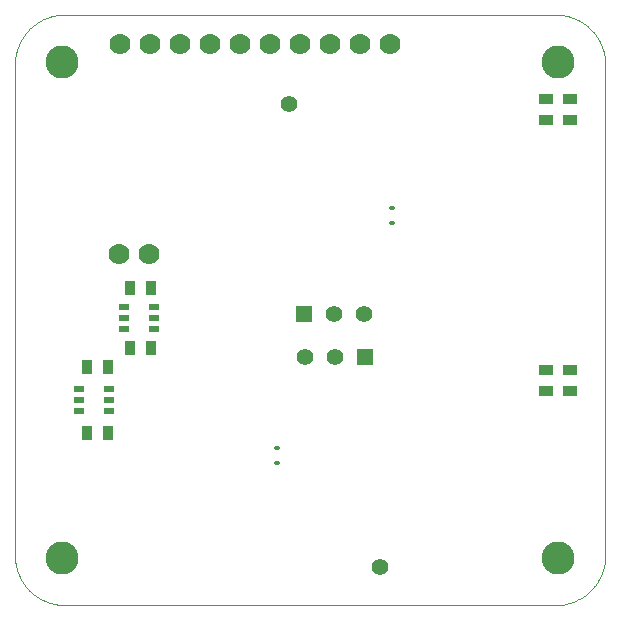
<source format=gts>
G75*
%MOIN*%
%OFA0B0*%
%FSLAX25Y25*%
%IPPOS*%
%LPD*%
%AMOC8*
5,1,8,0,0,1.08239X$1,22.5*
%
%ADD10C,0.00000*%
%ADD11C,0.07000*%
%ADD12R,0.03550X0.02408*%
%ADD13R,0.03550X0.05124*%
%ADD14R,0.05124X0.03550*%
%ADD15C,0.05550*%
%ADD16R,0.05550X0.05550*%
%ADD17C,0.01200*%
%ADD18C,0.11024*%
%ADD19C,0.10636*%
D10*
X0001000Y0017703D02*
X0001000Y0181147D01*
X0011630Y0182102D02*
X0011632Y0182245D01*
X0011638Y0182388D01*
X0011648Y0182530D01*
X0011662Y0182672D01*
X0011680Y0182814D01*
X0011702Y0182956D01*
X0011727Y0183096D01*
X0011757Y0183236D01*
X0011791Y0183375D01*
X0011828Y0183513D01*
X0011870Y0183650D01*
X0011915Y0183785D01*
X0011964Y0183919D01*
X0012016Y0184052D01*
X0012072Y0184184D01*
X0012132Y0184313D01*
X0012196Y0184441D01*
X0012263Y0184568D01*
X0012334Y0184692D01*
X0012408Y0184814D01*
X0012485Y0184934D01*
X0012566Y0185052D01*
X0012650Y0185168D01*
X0012737Y0185281D01*
X0012827Y0185392D01*
X0012921Y0185500D01*
X0013017Y0185606D01*
X0013116Y0185708D01*
X0013219Y0185808D01*
X0013323Y0185905D01*
X0013431Y0186000D01*
X0013541Y0186091D01*
X0013654Y0186179D01*
X0013769Y0186263D01*
X0013886Y0186345D01*
X0014006Y0186423D01*
X0014127Y0186498D01*
X0014251Y0186570D01*
X0014377Y0186638D01*
X0014504Y0186702D01*
X0014634Y0186763D01*
X0014765Y0186820D01*
X0014897Y0186874D01*
X0015031Y0186923D01*
X0015166Y0186970D01*
X0015303Y0187012D01*
X0015441Y0187050D01*
X0015579Y0187085D01*
X0015719Y0187115D01*
X0015859Y0187142D01*
X0016000Y0187165D01*
X0016142Y0187184D01*
X0016284Y0187199D01*
X0016427Y0187210D01*
X0016569Y0187217D01*
X0016712Y0187220D01*
X0016855Y0187219D01*
X0016998Y0187214D01*
X0017141Y0187205D01*
X0017283Y0187192D01*
X0017425Y0187175D01*
X0017566Y0187154D01*
X0017707Y0187129D01*
X0017847Y0187101D01*
X0017986Y0187068D01*
X0018124Y0187031D01*
X0018261Y0186991D01*
X0018397Y0186947D01*
X0018532Y0186899D01*
X0018665Y0186847D01*
X0018797Y0186792D01*
X0018927Y0186733D01*
X0019056Y0186670D01*
X0019182Y0186604D01*
X0019307Y0186534D01*
X0019430Y0186461D01*
X0019550Y0186385D01*
X0019669Y0186305D01*
X0019785Y0186221D01*
X0019899Y0186135D01*
X0020010Y0186045D01*
X0020119Y0185953D01*
X0020225Y0185857D01*
X0020329Y0185759D01*
X0020430Y0185657D01*
X0020527Y0185553D01*
X0020622Y0185446D01*
X0020714Y0185337D01*
X0020803Y0185225D01*
X0020889Y0185110D01*
X0020971Y0184994D01*
X0021050Y0184874D01*
X0021126Y0184753D01*
X0021198Y0184630D01*
X0021267Y0184505D01*
X0021332Y0184378D01*
X0021394Y0184249D01*
X0021452Y0184118D01*
X0021507Y0183986D01*
X0021557Y0183852D01*
X0021604Y0183717D01*
X0021648Y0183581D01*
X0021687Y0183444D01*
X0021722Y0183305D01*
X0021754Y0183166D01*
X0021782Y0183026D01*
X0021806Y0182885D01*
X0021826Y0182743D01*
X0021842Y0182601D01*
X0021854Y0182459D01*
X0021862Y0182316D01*
X0021866Y0182173D01*
X0021866Y0182031D01*
X0021862Y0181888D01*
X0021854Y0181745D01*
X0021842Y0181603D01*
X0021826Y0181461D01*
X0021806Y0181319D01*
X0021782Y0181178D01*
X0021754Y0181038D01*
X0021722Y0180899D01*
X0021687Y0180760D01*
X0021648Y0180623D01*
X0021604Y0180487D01*
X0021557Y0180352D01*
X0021507Y0180218D01*
X0021452Y0180086D01*
X0021394Y0179955D01*
X0021332Y0179826D01*
X0021267Y0179699D01*
X0021198Y0179574D01*
X0021126Y0179451D01*
X0021050Y0179330D01*
X0020971Y0179210D01*
X0020889Y0179094D01*
X0020803Y0178979D01*
X0020714Y0178867D01*
X0020622Y0178758D01*
X0020527Y0178651D01*
X0020430Y0178547D01*
X0020329Y0178445D01*
X0020225Y0178347D01*
X0020119Y0178251D01*
X0020010Y0178159D01*
X0019899Y0178069D01*
X0019785Y0177983D01*
X0019669Y0177899D01*
X0019550Y0177819D01*
X0019430Y0177743D01*
X0019307Y0177670D01*
X0019182Y0177600D01*
X0019056Y0177534D01*
X0018927Y0177471D01*
X0018797Y0177412D01*
X0018665Y0177357D01*
X0018532Y0177305D01*
X0018397Y0177257D01*
X0018261Y0177213D01*
X0018124Y0177173D01*
X0017986Y0177136D01*
X0017847Y0177103D01*
X0017707Y0177075D01*
X0017566Y0177050D01*
X0017425Y0177029D01*
X0017283Y0177012D01*
X0017141Y0176999D01*
X0016998Y0176990D01*
X0016855Y0176985D01*
X0016712Y0176984D01*
X0016569Y0176987D01*
X0016427Y0176994D01*
X0016284Y0177005D01*
X0016142Y0177020D01*
X0016000Y0177039D01*
X0015859Y0177062D01*
X0015719Y0177089D01*
X0015579Y0177119D01*
X0015441Y0177154D01*
X0015303Y0177192D01*
X0015166Y0177234D01*
X0015031Y0177281D01*
X0014897Y0177330D01*
X0014765Y0177384D01*
X0014634Y0177441D01*
X0014504Y0177502D01*
X0014377Y0177566D01*
X0014251Y0177634D01*
X0014127Y0177706D01*
X0014006Y0177781D01*
X0013886Y0177859D01*
X0013769Y0177941D01*
X0013654Y0178025D01*
X0013541Y0178113D01*
X0013431Y0178204D01*
X0013323Y0178299D01*
X0013219Y0178396D01*
X0013116Y0178496D01*
X0013017Y0178598D01*
X0012921Y0178704D01*
X0012827Y0178812D01*
X0012737Y0178923D01*
X0012650Y0179036D01*
X0012566Y0179152D01*
X0012485Y0179270D01*
X0012408Y0179390D01*
X0012334Y0179512D01*
X0012263Y0179636D01*
X0012196Y0179763D01*
X0012132Y0179891D01*
X0012072Y0180020D01*
X0012016Y0180152D01*
X0011964Y0180285D01*
X0011915Y0180419D01*
X0011870Y0180554D01*
X0011828Y0180691D01*
X0011791Y0180829D01*
X0011757Y0180968D01*
X0011727Y0181108D01*
X0011702Y0181248D01*
X0011680Y0181390D01*
X0011662Y0181532D01*
X0011648Y0181674D01*
X0011638Y0181816D01*
X0011632Y0181959D01*
X0011630Y0182102D01*
X0001000Y0181147D02*
X0001005Y0181557D01*
X0001020Y0181967D01*
X0001045Y0182376D01*
X0001080Y0182784D01*
X0001126Y0183192D01*
X0001181Y0183598D01*
X0001246Y0184003D01*
X0001321Y0184406D01*
X0001406Y0184807D01*
X0001501Y0185205D01*
X0001605Y0185602D01*
X0001719Y0185996D01*
X0001843Y0186386D01*
X0001976Y0186774D01*
X0002119Y0187158D01*
X0002271Y0187539D01*
X0002433Y0187916D01*
X0002604Y0188288D01*
X0002783Y0188657D01*
X0002972Y0189021D01*
X0003170Y0189380D01*
X0003376Y0189734D01*
X0003591Y0190083D01*
X0003815Y0190427D01*
X0004047Y0190765D01*
X0004287Y0191097D01*
X0004535Y0191423D01*
X0004791Y0191743D01*
X0005055Y0192057D01*
X0005327Y0192364D01*
X0005606Y0192664D01*
X0005892Y0192958D01*
X0006186Y0193244D01*
X0006486Y0193523D01*
X0006793Y0193795D01*
X0007107Y0194059D01*
X0007427Y0194315D01*
X0007753Y0194563D01*
X0008085Y0194803D01*
X0008423Y0195035D01*
X0008767Y0195259D01*
X0009116Y0195474D01*
X0009470Y0195680D01*
X0009829Y0195878D01*
X0010193Y0196067D01*
X0010562Y0196246D01*
X0010934Y0196417D01*
X0011311Y0196579D01*
X0011692Y0196731D01*
X0012076Y0196874D01*
X0012464Y0197007D01*
X0012854Y0197131D01*
X0013248Y0197245D01*
X0013645Y0197349D01*
X0014043Y0197444D01*
X0014444Y0197529D01*
X0014847Y0197604D01*
X0015252Y0197669D01*
X0015658Y0197724D01*
X0016066Y0197770D01*
X0016474Y0197805D01*
X0016883Y0197830D01*
X0017293Y0197845D01*
X0017703Y0197850D01*
X0181147Y0197850D01*
X0176984Y0182102D02*
X0176986Y0182245D01*
X0176992Y0182388D01*
X0177002Y0182530D01*
X0177016Y0182672D01*
X0177034Y0182814D01*
X0177056Y0182956D01*
X0177081Y0183096D01*
X0177111Y0183236D01*
X0177145Y0183375D01*
X0177182Y0183513D01*
X0177224Y0183650D01*
X0177269Y0183785D01*
X0177318Y0183919D01*
X0177370Y0184052D01*
X0177426Y0184184D01*
X0177486Y0184313D01*
X0177550Y0184441D01*
X0177617Y0184568D01*
X0177688Y0184692D01*
X0177762Y0184814D01*
X0177839Y0184934D01*
X0177920Y0185052D01*
X0178004Y0185168D01*
X0178091Y0185281D01*
X0178181Y0185392D01*
X0178275Y0185500D01*
X0178371Y0185606D01*
X0178470Y0185708D01*
X0178573Y0185808D01*
X0178677Y0185905D01*
X0178785Y0186000D01*
X0178895Y0186091D01*
X0179008Y0186179D01*
X0179123Y0186263D01*
X0179240Y0186345D01*
X0179360Y0186423D01*
X0179481Y0186498D01*
X0179605Y0186570D01*
X0179731Y0186638D01*
X0179858Y0186702D01*
X0179988Y0186763D01*
X0180119Y0186820D01*
X0180251Y0186874D01*
X0180385Y0186923D01*
X0180520Y0186970D01*
X0180657Y0187012D01*
X0180795Y0187050D01*
X0180933Y0187085D01*
X0181073Y0187115D01*
X0181213Y0187142D01*
X0181354Y0187165D01*
X0181496Y0187184D01*
X0181638Y0187199D01*
X0181781Y0187210D01*
X0181923Y0187217D01*
X0182066Y0187220D01*
X0182209Y0187219D01*
X0182352Y0187214D01*
X0182495Y0187205D01*
X0182637Y0187192D01*
X0182779Y0187175D01*
X0182920Y0187154D01*
X0183061Y0187129D01*
X0183201Y0187101D01*
X0183340Y0187068D01*
X0183478Y0187031D01*
X0183615Y0186991D01*
X0183751Y0186947D01*
X0183886Y0186899D01*
X0184019Y0186847D01*
X0184151Y0186792D01*
X0184281Y0186733D01*
X0184410Y0186670D01*
X0184536Y0186604D01*
X0184661Y0186534D01*
X0184784Y0186461D01*
X0184904Y0186385D01*
X0185023Y0186305D01*
X0185139Y0186221D01*
X0185253Y0186135D01*
X0185364Y0186045D01*
X0185473Y0185953D01*
X0185579Y0185857D01*
X0185683Y0185759D01*
X0185784Y0185657D01*
X0185881Y0185553D01*
X0185976Y0185446D01*
X0186068Y0185337D01*
X0186157Y0185225D01*
X0186243Y0185110D01*
X0186325Y0184994D01*
X0186404Y0184874D01*
X0186480Y0184753D01*
X0186552Y0184630D01*
X0186621Y0184505D01*
X0186686Y0184378D01*
X0186748Y0184249D01*
X0186806Y0184118D01*
X0186861Y0183986D01*
X0186911Y0183852D01*
X0186958Y0183717D01*
X0187002Y0183581D01*
X0187041Y0183444D01*
X0187076Y0183305D01*
X0187108Y0183166D01*
X0187136Y0183026D01*
X0187160Y0182885D01*
X0187180Y0182743D01*
X0187196Y0182601D01*
X0187208Y0182459D01*
X0187216Y0182316D01*
X0187220Y0182173D01*
X0187220Y0182031D01*
X0187216Y0181888D01*
X0187208Y0181745D01*
X0187196Y0181603D01*
X0187180Y0181461D01*
X0187160Y0181319D01*
X0187136Y0181178D01*
X0187108Y0181038D01*
X0187076Y0180899D01*
X0187041Y0180760D01*
X0187002Y0180623D01*
X0186958Y0180487D01*
X0186911Y0180352D01*
X0186861Y0180218D01*
X0186806Y0180086D01*
X0186748Y0179955D01*
X0186686Y0179826D01*
X0186621Y0179699D01*
X0186552Y0179574D01*
X0186480Y0179451D01*
X0186404Y0179330D01*
X0186325Y0179210D01*
X0186243Y0179094D01*
X0186157Y0178979D01*
X0186068Y0178867D01*
X0185976Y0178758D01*
X0185881Y0178651D01*
X0185784Y0178547D01*
X0185683Y0178445D01*
X0185579Y0178347D01*
X0185473Y0178251D01*
X0185364Y0178159D01*
X0185253Y0178069D01*
X0185139Y0177983D01*
X0185023Y0177899D01*
X0184904Y0177819D01*
X0184784Y0177743D01*
X0184661Y0177670D01*
X0184536Y0177600D01*
X0184410Y0177534D01*
X0184281Y0177471D01*
X0184151Y0177412D01*
X0184019Y0177357D01*
X0183886Y0177305D01*
X0183751Y0177257D01*
X0183615Y0177213D01*
X0183478Y0177173D01*
X0183340Y0177136D01*
X0183201Y0177103D01*
X0183061Y0177075D01*
X0182920Y0177050D01*
X0182779Y0177029D01*
X0182637Y0177012D01*
X0182495Y0176999D01*
X0182352Y0176990D01*
X0182209Y0176985D01*
X0182066Y0176984D01*
X0181923Y0176987D01*
X0181781Y0176994D01*
X0181638Y0177005D01*
X0181496Y0177020D01*
X0181354Y0177039D01*
X0181213Y0177062D01*
X0181073Y0177089D01*
X0180933Y0177119D01*
X0180795Y0177154D01*
X0180657Y0177192D01*
X0180520Y0177234D01*
X0180385Y0177281D01*
X0180251Y0177330D01*
X0180119Y0177384D01*
X0179988Y0177441D01*
X0179858Y0177502D01*
X0179731Y0177566D01*
X0179605Y0177634D01*
X0179481Y0177706D01*
X0179360Y0177781D01*
X0179240Y0177859D01*
X0179123Y0177941D01*
X0179008Y0178025D01*
X0178895Y0178113D01*
X0178785Y0178204D01*
X0178677Y0178299D01*
X0178573Y0178396D01*
X0178470Y0178496D01*
X0178371Y0178598D01*
X0178275Y0178704D01*
X0178181Y0178812D01*
X0178091Y0178923D01*
X0178004Y0179036D01*
X0177920Y0179152D01*
X0177839Y0179270D01*
X0177762Y0179390D01*
X0177688Y0179512D01*
X0177617Y0179636D01*
X0177550Y0179763D01*
X0177486Y0179891D01*
X0177426Y0180020D01*
X0177370Y0180152D01*
X0177318Y0180285D01*
X0177269Y0180419D01*
X0177224Y0180554D01*
X0177182Y0180691D01*
X0177145Y0180829D01*
X0177111Y0180968D01*
X0177081Y0181108D01*
X0177056Y0181248D01*
X0177034Y0181390D01*
X0177016Y0181532D01*
X0177002Y0181674D01*
X0176992Y0181816D01*
X0176986Y0181959D01*
X0176984Y0182102D01*
X0181147Y0197850D02*
X0181551Y0197845D01*
X0181954Y0197830D01*
X0182357Y0197806D01*
X0182759Y0197772D01*
X0183160Y0197728D01*
X0183560Y0197675D01*
X0183959Y0197612D01*
X0184356Y0197539D01*
X0184751Y0197456D01*
X0185144Y0197365D01*
X0185535Y0197263D01*
X0185923Y0197153D01*
X0186309Y0197032D01*
X0186691Y0196903D01*
X0187070Y0196765D01*
X0187446Y0196617D01*
X0187818Y0196460D01*
X0188186Y0196295D01*
X0188550Y0196120D01*
X0188909Y0195937D01*
X0189264Y0195745D01*
X0189615Y0195544D01*
X0189960Y0195336D01*
X0190300Y0195119D01*
X0190635Y0194893D01*
X0190965Y0194660D01*
X0191288Y0194419D01*
X0191606Y0194170D01*
X0191918Y0193913D01*
X0192223Y0193649D01*
X0192522Y0193378D01*
X0192814Y0193100D01*
X0193100Y0192814D01*
X0193378Y0192522D01*
X0193649Y0192223D01*
X0193913Y0191918D01*
X0194170Y0191606D01*
X0194419Y0191288D01*
X0194660Y0190965D01*
X0194893Y0190635D01*
X0195119Y0190300D01*
X0195336Y0189960D01*
X0195544Y0189615D01*
X0195745Y0189264D01*
X0195937Y0188909D01*
X0196120Y0188550D01*
X0196295Y0188186D01*
X0196460Y0187818D01*
X0196617Y0187446D01*
X0196765Y0187070D01*
X0196903Y0186691D01*
X0197032Y0186309D01*
X0197153Y0185923D01*
X0197263Y0185535D01*
X0197365Y0185144D01*
X0197456Y0184751D01*
X0197539Y0184356D01*
X0197612Y0183959D01*
X0197675Y0183560D01*
X0197728Y0183160D01*
X0197772Y0182759D01*
X0197806Y0182357D01*
X0197830Y0181954D01*
X0197845Y0181551D01*
X0197850Y0181147D01*
X0197850Y0017703D01*
X0176984Y0016748D02*
X0176986Y0016891D01*
X0176992Y0017034D01*
X0177002Y0017176D01*
X0177016Y0017318D01*
X0177034Y0017460D01*
X0177056Y0017602D01*
X0177081Y0017742D01*
X0177111Y0017882D01*
X0177145Y0018021D01*
X0177182Y0018159D01*
X0177224Y0018296D01*
X0177269Y0018431D01*
X0177318Y0018565D01*
X0177370Y0018698D01*
X0177426Y0018830D01*
X0177486Y0018959D01*
X0177550Y0019087D01*
X0177617Y0019214D01*
X0177688Y0019338D01*
X0177762Y0019460D01*
X0177839Y0019580D01*
X0177920Y0019698D01*
X0178004Y0019814D01*
X0178091Y0019927D01*
X0178181Y0020038D01*
X0178275Y0020146D01*
X0178371Y0020252D01*
X0178470Y0020354D01*
X0178573Y0020454D01*
X0178677Y0020551D01*
X0178785Y0020646D01*
X0178895Y0020737D01*
X0179008Y0020825D01*
X0179123Y0020909D01*
X0179240Y0020991D01*
X0179360Y0021069D01*
X0179481Y0021144D01*
X0179605Y0021216D01*
X0179731Y0021284D01*
X0179858Y0021348D01*
X0179988Y0021409D01*
X0180119Y0021466D01*
X0180251Y0021520D01*
X0180385Y0021569D01*
X0180520Y0021616D01*
X0180657Y0021658D01*
X0180795Y0021696D01*
X0180933Y0021731D01*
X0181073Y0021761D01*
X0181213Y0021788D01*
X0181354Y0021811D01*
X0181496Y0021830D01*
X0181638Y0021845D01*
X0181781Y0021856D01*
X0181923Y0021863D01*
X0182066Y0021866D01*
X0182209Y0021865D01*
X0182352Y0021860D01*
X0182495Y0021851D01*
X0182637Y0021838D01*
X0182779Y0021821D01*
X0182920Y0021800D01*
X0183061Y0021775D01*
X0183201Y0021747D01*
X0183340Y0021714D01*
X0183478Y0021677D01*
X0183615Y0021637D01*
X0183751Y0021593D01*
X0183886Y0021545D01*
X0184019Y0021493D01*
X0184151Y0021438D01*
X0184281Y0021379D01*
X0184410Y0021316D01*
X0184536Y0021250D01*
X0184661Y0021180D01*
X0184784Y0021107D01*
X0184904Y0021031D01*
X0185023Y0020951D01*
X0185139Y0020867D01*
X0185253Y0020781D01*
X0185364Y0020691D01*
X0185473Y0020599D01*
X0185579Y0020503D01*
X0185683Y0020405D01*
X0185784Y0020303D01*
X0185881Y0020199D01*
X0185976Y0020092D01*
X0186068Y0019983D01*
X0186157Y0019871D01*
X0186243Y0019756D01*
X0186325Y0019640D01*
X0186404Y0019520D01*
X0186480Y0019399D01*
X0186552Y0019276D01*
X0186621Y0019151D01*
X0186686Y0019024D01*
X0186748Y0018895D01*
X0186806Y0018764D01*
X0186861Y0018632D01*
X0186911Y0018498D01*
X0186958Y0018363D01*
X0187002Y0018227D01*
X0187041Y0018090D01*
X0187076Y0017951D01*
X0187108Y0017812D01*
X0187136Y0017672D01*
X0187160Y0017531D01*
X0187180Y0017389D01*
X0187196Y0017247D01*
X0187208Y0017105D01*
X0187216Y0016962D01*
X0187220Y0016819D01*
X0187220Y0016677D01*
X0187216Y0016534D01*
X0187208Y0016391D01*
X0187196Y0016249D01*
X0187180Y0016107D01*
X0187160Y0015965D01*
X0187136Y0015824D01*
X0187108Y0015684D01*
X0187076Y0015545D01*
X0187041Y0015406D01*
X0187002Y0015269D01*
X0186958Y0015133D01*
X0186911Y0014998D01*
X0186861Y0014864D01*
X0186806Y0014732D01*
X0186748Y0014601D01*
X0186686Y0014472D01*
X0186621Y0014345D01*
X0186552Y0014220D01*
X0186480Y0014097D01*
X0186404Y0013976D01*
X0186325Y0013856D01*
X0186243Y0013740D01*
X0186157Y0013625D01*
X0186068Y0013513D01*
X0185976Y0013404D01*
X0185881Y0013297D01*
X0185784Y0013193D01*
X0185683Y0013091D01*
X0185579Y0012993D01*
X0185473Y0012897D01*
X0185364Y0012805D01*
X0185253Y0012715D01*
X0185139Y0012629D01*
X0185023Y0012545D01*
X0184904Y0012465D01*
X0184784Y0012389D01*
X0184661Y0012316D01*
X0184536Y0012246D01*
X0184410Y0012180D01*
X0184281Y0012117D01*
X0184151Y0012058D01*
X0184019Y0012003D01*
X0183886Y0011951D01*
X0183751Y0011903D01*
X0183615Y0011859D01*
X0183478Y0011819D01*
X0183340Y0011782D01*
X0183201Y0011749D01*
X0183061Y0011721D01*
X0182920Y0011696D01*
X0182779Y0011675D01*
X0182637Y0011658D01*
X0182495Y0011645D01*
X0182352Y0011636D01*
X0182209Y0011631D01*
X0182066Y0011630D01*
X0181923Y0011633D01*
X0181781Y0011640D01*
X0181638Y0011651D01*
X0181496Y0011666D01*
X0181354Y0011685D01*
X0181213Y0011708D01*
X0181073Y0011735D01*
X0180933Y0011765D01*
X0180795Y0011800D01*
X0180657Y0011838D01*
X0180520Y0011880D01*
X0180385Y0011927D01*
X0180251Y0011976D01*
X0180119Y0012030D01*
X0179988Y0012087D01*
X0179858Y0012148D01*
X0179731Y0012212D01*
X0179605Y0012280D01*
X0179481Y0012352D01*
X0179360Y0012427D01*
X0179240Y0012505D01*
X0179123Y0012587D01*
X0179008Y0012671D01*
X0178895Y0012759D01*
X0178785Y0012850D01*
X0178677Y0012945D01*
X0178573Y0013042D01*
X0178470Y0013142D01*
X0178371Y0013244D01*
X0178275Y0013350D01*
X0178181Y0013458D01*
X0178091Y0013569D01*
X0178004Y0013682D01*
X0177920Y0013798D01*
X0177839Y0013916D01*
X0177762Y0014036D01*
X0177688Y0014158D01*
X0177617Y0014282D01*
X0177550Y0014409D01*
X0177486Y0014537D01*
X0177426Y0014666D01*
X0177370Y0014798D01*
X0177318Y0014931D01*
X0177269Y0015065D01*
X0177224Y0015200D01*
X0177182Y0015337D01*
X0177145Y0015475D01*
X0177111Y0015614D01*
X0177081Y0015754D01*
X0177056Y0015894D01*
X0177034Y0016036D01*
X0177016Y0016178D01*
X0177002Y0016320D01*
X0176992Y0016462D01*
X0176986Y0016605D01*
X0176984Y0016748D01*
X0181147Y0001000D02*
X0181551Y0001005D01*
X0181954Y0001020D01*
X0182357Y0001044D01*
X0182759Y0001078D01*
X0183160Y0001122D01*
X0183560Y0001175D01*
X0183959Y0001238D01*
X0184356Y0001311D01*
X0184751Y0001394D01*
X0185144Y0001485D01*
X0185535Y0001587D01*
X0185923Y0001697D01*
X0186309Y0001818D01*
X0186691Y0001947D01*
X0187070Y0002085D01*
X0187446Y0002233D01*
X0187818Y0002390D01*
X0188186Y0002555D01*
X0188550Y0002730D01*
X0188909Y0002913D01*
X0189264Y0003105D01*
X0189615Y0003306D01*
X0189960Y0003514D01*
X0190300Y0003731D01*
X0190635Y0003957D01*
X0190965Y0004190D01*
X0191288Y0004431D01*
X0191606Y0004680D01*
X0191918Y0004937D01*
X0192223Y0005201D01*
X0192522Y0005472D01*
X0192814Y0005750D01*
X0193100Y0006036D01*
X0193378Y0006328D01*
X0193649Y0006627D01*
X0193913Y0006932D01*
X0194170Y0007244D01*
X0194419Y0007562D01*
X0194660Y0007885D01*
X0194893Y0008215D01*
X0195119Y0008550D01*
X0195336Y0008890D01*
X0195544Y0009235D01*
X0195745Y0009586D01*
X0195937Y0009941D01*
X0196120Y0010300D01*
X0196295Y0010664D01*
X0196460Y0011032D01*
X0196617Y0011404D01*
X0196765Y0011780D01*
X0196903Y0012159D01*
X0197032Y0012541D01*
X0197153Y0012927D01*
X0197263Y0013315D01*
X0197365Y0013706D01*
X0197456Y0014099D01*
X0197539Y0014494D01*
X0197612Y0014891D01*
X0197675Y0015290D01*
X0197728Y0015690D01*
X0197772Y0016091D01*
X0197806Y0016493D01*
X0197830Y0016896D01*
X0197845Y0017299D01*
X0197850Y0017703D01*
X0181147Y0001000D02*
X0017703Y0001000D01*
X0011630Y0016748D02*
X0011632Y0016891D01*
X0011638Y0017034D01*
X0011648Y0017176D01*
X0011662Y0017318D01*
X0011680Y0017460D01*
X0011702Y0017602D01*
X0011727Y0017742D01*
X0011757Y0017882D01*
X0011791Y0018021D01*
X0011828Y0018159D01*
X0011870Y0018296D01*
X0011915Y0018431D01*
X0011964Y0018565D01*
X0012016Y0018698D01*
X0012072Y0018830D01*
X0012132Y0018959D01*
X0012196Y0019087D01*
X0012263Y0019214D01*
X0012334Y0019338D01*
X0012408Y0019460D01*
X0012485Y0019580D01*
X0012566Y0019698D01*
X0012650Y0019814D01*
X0012737Y0019927D01*
X0012827Y0020038D01*
X0012921Y0020146D01*
X0013017Y0020252D01*
X0013116Y0020354D01*
X0013219Y0020454D01*
X0013323Y0020551D01*
X0013431Y0020646D01*
X0013541Y0020737D01*
X0013654Y0020825D01*
X0013769Y0020909D01*
X0013886Y0020991D01*
X0014006Y0021069D01*
X0014127Y0021144D01*
X0014251Y0021216D01*
X0014377Y0021284D01*
X0014504Y0021348D01*
X0014634Y0021409D01*
X0014765Y0021466D01*
X0014897Y0021520D01*
X0015031Y0021569D01*
X0015166Y0021616D01*
X0015303Y0021658D01*
X0015441Y0021696D01*
X0015579Y0021731D01*
X0015719Y0021761D01*
X0015859Y0021788D01*
X0016000Y0021811D01*
X0016142Y0021830D01*
X0016284Y0021845D01*
X0016427Y0021856D01*
X0016569Y0021863D01*
X0016712Y0021866D01*
X0016855Y0021865D01*
X0016998Y0021860D01*
X0017141Y0021851D01*
X0017283Y0021838D01*
X0017425Y0021821D01*
X0017566Y0021800D01*
X0017707Y0021775D01*
X0017847Y0021747D01*
X0017986Y0021714D01*
X0018124Y0021677D01*
X0018261Y0021637D01*
X0018397Y0021593D01*
X0018532Y0021545D01*
X0018665Y0021493D01*
X0018797Y0021438D01*
X0018927Y0021379D01*
X0019056Y0021316D01*
X0019182Y0021250D01*
X0019307Y0021180D01*
X0019430Y0021107D01*
X0019550Y0021031D01*
X0019669Y0020951D01*
X0019785Y0020867D01*
X0019899Y0020781D01*
X0020010Y0020691D01*
X0020119Y0020599D01*
X0020225Y0020503D01*
X0020329Y0020405D01*
X0020430Y0020303D01*
X0020527Y0020199D01*
X0020622Y0020092D01*
X0020714Y0019983D01*
X0020803Y0019871D01*
X0020889Y0019756D01*
X0020971Y0019640D01*
X0021050Y0019520D01*
X0021126Y0019399D01*
X0021198Y0019276D01*
X0021267Y0019151D01*
X0021332Y0019024D01*
X0021394Y0018895D01*
X0021452Y0018764D01*
X0021507Y0018632D01*
X0021557Y0018498D01*
X0021604Y0018363D01*
X0021648Y0018227D01*
X0021687Y0018090D01*
X0021722Y0017951D01*
X0021754Y0017812D01*
X0021782Y0017672D01*
X0021806Y0017531D01*
X0021826Y0017389D01*
X0021842Y0017247D01*
X0021854Y0017105D01*
X0021862Y0016962D01*
X0021866Y0016819D01*
X0021866Y0016677D01*
X0021862Y0016534D01*
X0021854Y0016391D01*
X0021842Y0016249D01*
X0021826Y0016107D01*
X0021806Y0015965D01*
X0021782Y0015824D01*
X0021754Y0015684D01*
X0021722Y0015545D01*
X0021687Y0015406D01*
X0021648Y0015269D01*
X0021604Y0015133D01*
X0021557Y0014998D01*
X0021507Y0014864D01*
X0021452Y0014732D01*
X0021394Y0014601D01*
X0021332Y0014472D01*
X0021267Y0014345D01*
X0021198Y0014220D01*
X0021126Y0014097D01*
X0021050Y0013976D01*
X0020971Y0013856D01*
X0020889Y0013740D01*
X0020803Y0013625D01*
X0020714Y0013513D01*
X0020622Y0013404D01*
X0020527Y0013297D01*
X0020430Y0013193D01*
X0020329Y0013091D01*
X0020225Y0012993D01*
X0020119Y0012897D01*
X0020010Y0012805D01*
X0019899Y0012715D01*
X0019785Y0012629D01*
X0019669Y0012545D01*
X0019550Y0012465D01*
X0019430Y0012389D01*
X0019307Y0012316D01*
X0019182Y0012246D01*
X0019056Y0012180D01*
X0018927Y0012117D01*
X0018797Y0012058D01*
X0018665Y0012003D01*
X0018532Y0011951D01*
X0018397Y0011903D01*
X0018261Y0011859D01*
X0018124Y0011819D01*
X0017986Y0011782D01*
X0017847Y0011749D01*
X0017707Y0011721D01*
X0017566Y0011696D01*
X0017425Y0011675D01*
X0017283Y0011658D01*
X0017141Y0011645D01*
X0016998Y0011636D01*
X0016855Y0011631D01*
X0016712Y0011630D01*
X0016569Y0011633D01*
X0016427Y0011640D01*
X0016284Y0011651D01*
X0016142Y0011666D01*
X0016000Y0011685D01*
X0015859Y0011708D01*
X0015719Y0011735D01*
X0015579Y0011765D01*
X0015441Y0011800D01*
X0015303Y0011838D01*
X0015166Y0011880D01*
X0015031Y0011927D01*
X0014897Y0011976D01*
X0014765Y0012030D01*
X0014634Y0012087D01*
X0014504Y0012148D01*
X0014377Y0012212D01*
X0014251Y0012280D01*
X0014127Y0012352D01*
X0014006Y0012427D01*
X0013886Y0012505D01*
X0013769Y0012587D01*
X0013654Y0012671D01*
X0013541Y0012759D01*
X0013431Y0012850D01*
X0013323Y0012945D01*
X0013219Y0013042D01*
X0013116Y0013142D01*
X0013017Y0013244D01*
X0012921Y0013350D01*
X0012827Y0013458D01*
X0012737Y0013569D01*
X0012650Y0013682D01*
X0012566Y0013798D01*
X0012485Y0013916D01*
X0012408Y0014036D01*
X0012334Y0014158D01*
X0012263Y0014282D01*
X0012196Y0014409D01*
X0012132Y0014537D01*
X0012072Y0014666D01*
X0012016Y0014798D01*
X0011964Y0014931D01*
X0011915Y0015065D01*
X0011870Y0015200D01*
X0011828Y0015337D01*
X0011791Y0015475D01*
X0011757Y0015614D01*
X0011727Y0015754D01*
X0011702Y0015894D01*
X0011680Y0016036D01*
X0011662Y0016178D01*
X0011648Y0016320D01*
X0011638Y0016462D01*
X0011632Y0016605D01*
X0011630Y0016748D01*
X0001000Y0017703D02*
X0001005Y0017293D01*
X0001020Y0016883D01*
X0001045Y0016474D01*
X0001080Y0016066D01*
X0001126Y0015658D01*
X0001181Y0015252D01*
X0001246Y0014847D01*
X0001321Y0014444D01*
X0001406Y0014043D01*
X0001501Y0013645D01*
X0001605Y0013248D01*
X0001719Y0012854D01*
X0001843Y0012464D01*
X0001976Y0012076D01*
X0002119Y0011692D01*
X0002271Y0011311D01*
X0002433Y0010934D01*
X0002604Y0010562D01*
X0002783Y0010193D01*
X0002972Y0009829D01*
X0003170Y0009470D01*
X0003376Y0009116D01*
X0003591Y0008767D01*
X0003815Y0008423D01*
X0004047Y0008085D01*
X0004287Y0007753D01*
X0004535Y0007427D01*
X0004791Y0007107D01*
X0005055Y0006793D01*
X0005327Y0006486D01*
X0005606Y0006186D01*
X0005892Y0005892D01*
X0006186Y0005606D01*
X0006486Y0005327D01*
X0006793Y0005055D01*
X0007107Y0004791D01*
X0007427Y0004535D01*
X0007753Y0004287D01*
X0008085Y0004047D01*
X0008423Y0003815D01*
X0008767Y0003591D01*
X0009116Y0003376D01*
X0009470Y0003170D01*
X0009829Y0002972D01*
X0010193Y0002783D01*
X0010562Y0002604D01*
X0010934Y0002433D01*
X0011311Y0002271D01*
X0011692Y0002119D01*
X0012076Y0001976D01*
X0012464Y0001843D01*
X0012854Y0001719D01*
X0013248Y0001605D01*
X0013645Y0001501D01*
X0014043Y0001406D01*
X0014444Y0001321D01*
X0014847Y0001246D01*
X0015252Y0001181D01*
X0015658Y0001126D01*
X0016066Y0001080D01*
X0016474Y0001045D01*
X0016883Y0001020D01*
X0017293Y0001005D01*
X0017703Y0001000D01*
D11*
X0035764Y0117929D03*
X0045764Y0117929D03*
X0045921Y0187969D03*
X0035921Y0187969D03*
X0055921Y0187969D03*
X0065921Y0187969D03*
X0075921Y0187969D03*
X0085921Y0187969D03*
X0095921Y0187969D03*
X0105921Y0187969D03*
X0115921Y0187969D03*
X0125921Y0187969D03*
D12*
X0047559Y0100453D03*
X0047559Y0096713D03*
X0047559Y0092972D03*
X0037323Y0092972D03*
X0037323Y0096713D03*
X0037323Y0100453D03*
X0032512Y0073094D03*
X0032512Y0069354D03*
X0032512Y0065614D03*
X0022276Y0065614D03*
X0022276Y0069354D03*
X0022276Y0073094D03*
D13*
X0025063Y0080252D03*
X0032150Y0080252D03*
X0039386Y0086768D03*
X0046472Y0086768D03*
X0046472Y0106858D03*
X0039386Y0106858D03*
X0032150Y0058346D03*
X0025063Y0058346D03*
D14*
X0178165Y0072260D03*
X0178165Y0079346D03*
X0186039Y0079346D03*
X0186039Y0072260D03*
X0186039Y0162811D03*
X0186039Y0169898D03*
X0178165Y0169898D03*
X0178165Y0162811D03*
D15*
X0117500Y0098224D03*
X0107500Y0098224D03*
X0107811Y0083776D03*
X0097811Y0083776D03*
X0122811Y0013776D03*
X0092500Y0168224D03*
D16*
X0097500Y0098224D03*
X0117811Y0083776D03*
D17*
X0088900Y0053500D02*
X0088100Y0053500D01*
X0088100Y0048500D02*
X0088900Y0048500D01*
X0126411Y0128500D02*
X0127211Y0128500D01*
X0127211Y0133500D02*
X0126411Y0133500D01*
D18*
X0182102Y0182102D03*
X0182102Y0016748D03*
X0016748Y0016748D03*
X0016748Y0182102D03*
D19*
X0016748Y0182102D03*
X0016748Y0016748D03*
X0182102Y0016748D03*
X0182102Y0182102D03*
M02*

</source>
